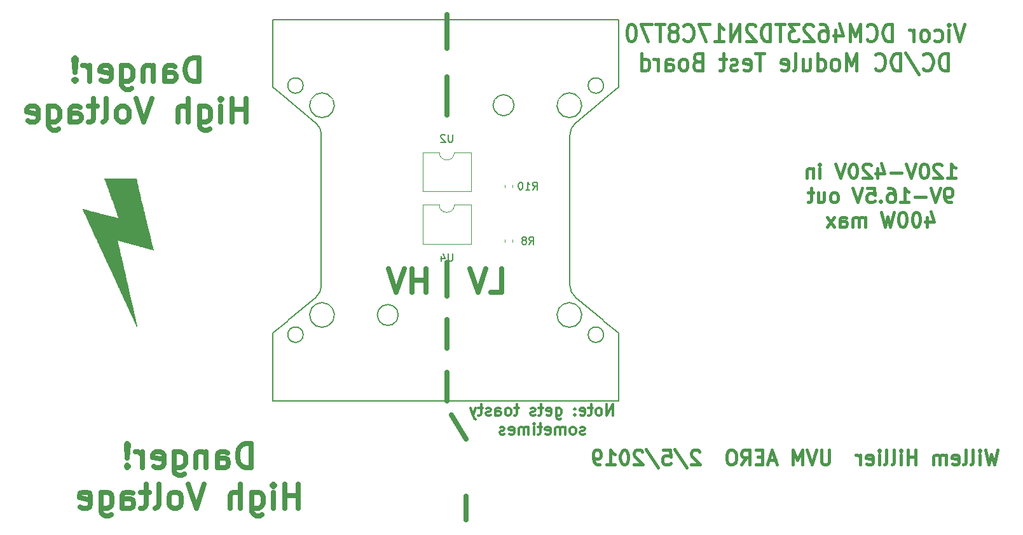
<source format=gbr>
G04 #@! TF.GenerationSoftware,KiCad,Pcbnew,(5.0.2)-1*
G04 #@! TF.CreationDate,2019-02-08T17:58:05-05:00*
G04 #@! TF.ProjectId,DC_DCBoard,44435f44-4342-46f6-9172-642e6b696361,rev?*
G04 #@! TF.SameCoordinates,Original*
G04 #@! TF.FileFunction,Legend,Bot*
G04 #@! TF.FilePolarity,Positive*
%FSLAX46Y46*%
G04 Gerber Fmt 4.6, Leading zero omitted, Abs format (unit mm)*
G04 Created by KiCad (PCBNEW (5.0.2)-1) date 2/8/2019 5:58:05 PM*
%MOMM*%
%LPD*%
G01*
G04 APERTURE LIST*
%ADD10C,0.300000*%
%ADD11C,0.635000*%
%ADD12C,0.381000*%
%ADD13C,0.457200*%
%ADD14C,0.200000*%
%ADD15C,0.120000*%
%ADD16C,0.010000*%
%ADD17C,0.150000*%
G04 APERTURE END LIST*
D10*
X140238571Y-121323571D02*
X140238571Y-119823571D01*
X139381428Y-121323571D01*
X139381428Y-119823571D01*
X138452857Y-121323571D02*
X138595714Y-121252142D01*
X138667142Y-121180714D01*
X138738571Y-121037857D01*
X138738571Y-120609285D01*
X138667142Y-120466428D01*
X138595714Y-120395000D01*
X138452857Y-120323571D01*
X138238571Y-120323571D01*
X138095714Y-120395000D01*
X138024285Y-120466428D01*
X137952857Y-120609285D01*
X137952857Y-121037857D01*
X138024285Y-121180714D01*
X138095714Y-121252142D01*
X138238571Y-121323571D01*
X138452857Y-121323571D01*
X137524285Y-120323571D02*
X136952857Y-120323571D01*
X137310000Y-119823571D02*
X137310000Y-121109285D01*
X137238571Y-121252142D01*
X137095714Y-121323571D01*
X136952857Y-121323571D01*
X135881428Y-121252142D02*
X136024285Y-121323571D01*
X136310000Y-121323571D01*
X136452857Y-121252142D01*
X136524285Y-121109285D01*
X136524285Y-120537857D01*
X136452857Y-120395000D01*
X136310000Y-120323571D01*
X136024285Y-120323571D01*
X135881428Y-120395000D01*
X135810000Y-120537857D01*
X135810000Y-120680714D01*
X136524285Y-120823571D01*
X135167142Y-121180714D02*
X135095714Y-121252142D01*
X135167142Y-121323571D01*
X135238571Y-121252142D01*
X135167142Y-121180714D01*
X135167142Y-121323571D01*
X135167142Y-120395000D02*
X135095714Y-120466428D01*
X135167142Y-120537857D01*
X135238571Y-120466428D01*
X135167142Y-120395000D01*
X135167142Y-120537857D01*
X132667142Y-120323571D02*
X132667142Y-121537857D01*
X132738571Y-121680714D01*
X132810000Y-121752142D01*
X132952857Y-121823571D01*
X133167142Y-121823571D01*
X133310000Y-121752142D01*
X132667142Y-121252142D02*
X132810000Y-121323571D01*
X133095714Y-121323571D01*
X133238571Y-121252142D01*
X133310000Y-121180714D01*
X133381428Y-121037857D01*
X133381428Y-120609285D01*
X133310000Y-120466428D01*
X133238571Y-120395000D01*
X133095714Y-120323571D01*
X132810000Y-120323571D01*
X132667142Y-120395000D01*
X131381428Y-121252142D02*
X131524285Y-121323571D01*
X131810000Y-121323571D01*
X131952857Y-121252142D01*
X132024285Y-121109285D01*
X132024285Y-120537857D01*
X131952857Y-120395000D01*
X131810000Y-120323571D01*
X131524285Y-120323571D01*
X131381428Y-120395000D01*
X131310000Y-120537857D01*
X131310000Y-120680714D01*
X132024285Y-120823571D01*
X130881428Y-120323571D02*
X130310000Y-120323571D01*
X130667142Y-119823571D02*
X130667142Y-121109285D01*
X130595714Y-121252142D01*
X130452857Y-121323571D01*
X130310000Y-121323571D01*
X129881428Y-121252142D02*
X129738571Y-121323571D01*
X129452857Y-121323571D01*
X129310000Y-121252142D01*
X129238571Y-121109285D01*
X129238571Y-121037857D01*
X129310000Y-120895000D01*
X129452857Y-120823571D01*
X129667142Y-120823571D01*
X129810000Y-120752142D01*
X129881428Y-120609285D01*
X129881428Y-120537857D01*
X129810000Y-120395000D01*
X129667142Y-120323571D01*
X129452857Y-120323571D01*
X129310000Y-120395000D01*
X127667142Y-120323571D02*
X127095714Y-120323571D01*
X127452857Y-119823571D02*
X127452857Y-121109285D01*
X127381428Y-121252142D01*
X127238571Y-121323571D01*
X127095714Y-121323571D01*
X126381428Y-121323571D02*
X126524285Y-121252142D01*
X126595714Y-121180714D01*
X126667142Y-121037857D01*
X126667142Y-120609285D01*
X126595714Y-120466428D01*
X126524285Y-120395000D01*
X126381428Y-120323571D01*
X126167142Y-120323571D01*
X126024285Y-120395000D01*
X125952857Y-120466428D01*
X125881428Y-120609285D01*
X125881428Y-121037857D01*
X125952857Y-121180714D01*
X126024285Y-121252142D01*
X126167142Y-121323571D01*
X126381428Y-121323571D01*
X124595714Y-121323571D02*
X124595714Y-120537857D01*
X124667142Y-120395000D01*
X124810000Y-120323571D01*
X125095714Y-120323571D01*
X125238571Y-120395000D01*
X124595714Y-121252142D02*
X124738571Y-121323571D01*
X125095714Y-121323571D01*
X125238571Y-121252142D01*
X125310000Y-121109285D01*
X125310000Y-120966428D01*
X125238571Y-120823571D01*
X125095714Y-120752142D01*
X124738571Y-120752142D01*
X124595714Y-120680714D01*
X123952857Y-121252142D02*
X123810000Y-121323571D01*
X123524285Y-121323571D01*
X123381428Y-121252142D01*
X123310000Y-121109285D01*
X123310000Y-121037857D01*
X123381428Y-120895000D01*
X123524285Y-120823571D01*
X123738571Y-120823571D01*
X123881428Y-120752142D01*
X123952857Y-120609285D01*
X123952857Y-120537857D01*
X123881428Y-120395000D01*
X123738571Y-120323571D01*
X123524285Y-120323571D01*
X123381428Y-120395000D01*
X122881428Y-120323571D02*
X122310000Y-120323571D01*
X122667142Y-119823571D02*
X122667142Y-121109285D01*
X122595714Y-121252142D01*
X122452857Y-121323571D01*
X122310000Y-121323571D01*
X121952857Y-120323571D02*
X121595714Y-121323571D01*
X121238571Y-120323571D02*
X121595714Y-121323571D01*
X121738571Y-121680714D01*
X121810000Y-121752142D01*
X121952857Y-121823571D01*
X136488571Y-123802142D02*
X136345714Y-123873571D01*
X136060000Y-123873571D01*
X135917142Y-123802142D01*
X135845714Y-123659285D01*
X135845714Y-123587857D01*
X135917142Y-123445000D01*
X136060000Y-123373571D01*
X136274285Y-123373571D01*
X136417142Y-123302142D01*
X136488571Y-123159285D01*
X136488571Y-123087857D01*
X136417142Y-122945000D01*
X136274285Y-122873571D01*
X136060000Y-122873571D01*
X135917142Y-122945000D01*
X134988571Y-123873571D02*
X135131428Y-123802142D01*
X135202857Y-123730714D01*
X135274285Y-123587857D01*
X135274285Y-123159285D01*
X135202857Y-123016428D01*
X135131428Y-122945000D01*
X134988571Y-122873571D01*
X134774285Y-122873571D01*
X134631428Y-122945000D01*
X134560000Y-123016428D01*
X134488571Y-123159285D01*
X134488571Y-123587857D01*
X134560000Y-123730714D01*
X134631428Y-123802142D01*
X134774285Y-123873571D01*
X134988571Y-123873571D01*
X133845714Y-123873571D02*
X133845714Y-122873571D01*
X133845714Y-123016428D02*
X133774285Y-122945000D01*
X133631428Y-122873571D01*
X133417142Y-122873571D01*
X133274285Y-122945000D01*
X133202857Y-123087857D01*
X133202857Y-123873571D01*
X133202857Y-123087857D02*
X133131428Y-122945000D01*
X132988571Y-122873571D01*
X132774285Y-122873571D01*
X132631428Y-122945000D01*
X132560000Y-123087857D01*
X132560000Y-123873571D01*
X131274285Y-123802142D02*
X131417142Y-123873571D01*
X131702857Y-123873571D01*
X131845714Y-123802142D01*
X131917142Y-123659285D01*
X131917142Y-123087857D01*
X131845714Y-122945000D01*
X131702857Y-122873571D01*
X131417142Y-122873571D01*
X131274285Y-122945000D01*
X131202857Y-123087857D01*
X131202857Y-123230714D01*
X131917142Y-123373571D01*
X130774285Y-122873571D02*
X130202857Y-122873571D01*
X130560000Y-122373571D02*
X130560000Y-123659285D01*
X130488571Y-123802142D01*
X130345714Y-123873571D01*
X130202857Y-123873571D01*
X129702857Y-123873571D02*
X129702857Y-122873571D01*
X129702857Y-122373571D02*
X129774285Y-122445000D01*
X129702857Y-122516428D01*
X129631428Y-122445000D01*
X129702857Y-122373571D01*
X129702857Y-122516428D01*
X128988571Y-123873571D02*
X128988571Y-122873571D01*
X128988571Y-123016428D02*
X128917142Y-122945000D01*
X128774285Y-122873571D01*
X128560000Y-122873571D01*
X128417142Y-122945000D01*
X128345714Y-123087857D01*
X128345714Y-123873571D01*
X128345714Y-123087857D02*
X128274285Y-122945000D01*
X128131428Y-122873571D01*
X127917142Y-122873571D01*
X127774285Y-122945000D01*
X127702857Y-123087857D01*
X127702857Y-123873571D01*
X126417142Y-123802142D02*
X126560000Y-123873571D01*
X126845714Y-123873571D01*
X126988571Y-123802142D01*
X127060000Y-123659285D01*
X127060000Y-123087857D01*
X126988571Y-122945000D01*
X126845714Y-122873571D01*
X126560000Y-122873571D01*
X126417142Y-122945000D01*
X126345714Y-123087857D01*
X126345714Y-123230714D01*
X127060000Y-123373571D01*
X125774285Y-123802142D02*
X125631428Y-123873571D01*
X125345714Y-123873571D01*
X125202857Y-123802142D01*
X125131428Y-123659285D01*
X125131428Y-123587857D01*
X125202857Y-123445000D01*
X125345714Y-123373571D01*
X125560000Y-123373571D01*
X125702857Y-123302142D01*
X125774285Y-123159285D01*
X125774285Y-123087857D01*
X125702857Y-122945000D01*
X125560000Y-122873571D01*
X125345714Y-122873571D01*
X125202857Y-122945000D01*
D11*
X123930833Y-104941309D02*
X125442738Y-104941309D01*
X125442738Y-101766309D01*
X123326071Y-101766309D02*
X122267738Y-104941309D01*
X121209404Y-101766309D01*
X115312976Y-104941309D02*
X115312976Y-101766309D01*
X115312976Y-103278214D02*
X113498690Y-103278214D01*
X113498690Y-104941309D02*
X113498690Y-101766309D01*
X112440357Y-101766309D02*
X111382023Y-104941309D01*
X110323690Y-101766309D01*
X85074880Y-76842559D02*
X85074880Y-73667559D01*
X84318928Y-73667559D01*
X83865357Y-73818750D01*
X83562976Y-74121130D01*
X83411785Y-74423511D01*
X83260595Y-75028273D01*
X83260595Y-75481845D01*
X83411785Y-76086607D01*
X83562976Y-76388988D01*
X83865357Y-76691369D01*
X84318928Y-76842559D01*
X85074880Y-76842559D01*
X80539166Y-76842559D02*
X80539166Y-75179464D01*
X80690357Y-74877083D01*
X80992738Y-74725892D01*
X81597500Y-74725892D01*
X81899880Y-74877083D01*
X80539166Y-76691369D02*
X80841547Y-76842559D01*
X81597500Y-76842559D01*
X81899880Y-76691369D01*
X82051071Y-76388988D01*
X82051071Y-76086607D01*
X81899880Y-75784226D01*
X81597500Y-75633035D01*
X80841547Y-75633035D01*
X80539166Y-75481845D01*
X79027261Y-74725892D02*
X79027261Y-76842559D01*
X79027261Y-75028273D02*
X78876071Y-74877083D01*
X78573690Y-74725892D01*
X78120119Y-74725892D01*
X77817738Y-74877083D01*
X77666547Y-75179464D01*
X77666547Y-76842559D01*
X74793928Y-74725892D02*
X74793928Y-77296130D01*
X74945119Y-77598511D01*
X75096309Y-77749702D01*
X75398690Y-77900892D01*
X75852261Y-77900892D01*
X76154642Y-77749702D01*
X74793928Y-76691369D02*
X75096309Y-76842559D01*
X75701071Y-76842559D01*
X76003452Y-76691369D01*
X76154642Y-76540178D01*
X76305833Y-76237797D01*
X76305833Y-75330654D01*
X76154642Y-75028273D01*
X76003452Y-74877083D01*
X75701071Y-74725892D01*
X75096309Y-74725892D01*
X74793928Y-74877083D01*
X72072500Y-76691369D02*
X72374880Y-76842559D01*
X72979642Y-76842559D01*
X73282023Y-76691369D01*
X73433214Y-76388988D01*
X73433214Y-75179464D01*
X73282023Y-74877083D01*
X72979642Y-74725892D01*
X72374880Y-74725892D01*
X72072500Y-74877083D01*
X71921309Y-75179464D01*
X71921309Y-75481845D01*
X73433214Y-75784226D01*
X70560595Y-76842559D02*
X70560595Y-74725892D01*
X70560595Y-75330654D02*
X70409404Y-75028273D01*
X70258214Y-74877083D01*
X69955833Y-74725892D01*
X69653452Y-74725892D01*
X68595119Y-76540178D02*
X68443928Y-76691369D01*
X68595119Y-76842559D01*
X68746309Y-76691369D01*
X68595119Y-76540178D01*
X68595119Y-76842559D01*
X68595119Y-75633035D02*
X68746309Y-73818750D01*
X68595119Y-73667559D01*
X68443928Y-73818750D01*
X68595119Y-75633035D01*
X68595119Y-73667559D01*
X91349285Y-82240059D02*
X91349285Y-79065059D01*
X91349285Y-80576964D02*
X89535000Y-80576964D01*
X89535000Y-82240059D02*
X89535000Y-79065059D01*
X88023095Y-82240059D02*
X88023095Y-80123392D01*
X88023095Y-79065059D02*
X88174285Y-79216250D01*
X88023095Y-79367440D01*
X87871904Y-79216250D01*
X88023095Y-79065059D01*
X88023095Y-79367440D01*
X85150476Y-80123392D02*
X85150476Y-82693630D01*
X85301666Y-82996011D01*
X85452857Y-83147202D01*
X85755238Y-83298392D01*
X86208809Y-83298392D01*
X86511190Y-83147202D01*
X85150476Y-82088869D02*
X85452857Y-82240059D01*
X86057619Y-82240059D01*
X86360000Y-82088869D01*
X86511190Y-81937678D01*
X86662380Y-81635297D01*
X86662380Y-80728154D01*
X86511190Y-80425773D01*
X86360000Y-80274583D01*
X86057619Y-80123392D01*
X85452857Y-80123392D01*
X85150476Y-80274583D01*
X83638571Y-82240059D02*
X83638571Y-79065059D01*
X82277857Y-82240059D02*
X82277857Y-80576964D01*
X82429047Y-80274583D01*
X82731428Y-80123392D01*
X83185000Y-80123392D01*
X83487380Y-80274583D01*
X83638571Y-80425773D01*
X78800476Y-79065059D02*
X77742142Y-82240059D01*
X76683809Y-79065059D01*
X75171904Y-82240059D02*
X75474285Y-82088869D01*
X75625476Y-81937678D01*
X75776666Y-81635297D01*
X75776666Y-80728154D01*
X75625476Y-80425773D01*
X75474285Y-80274583D01*
X75171904Y-80123392D01*
X74718333Y-80123392D01*
X74415952Y-80274583D01*
X74264761Y-80425773D01*
X74113571Y-80728154D01*
X74113571Y-81635297D01*
X74264761Y-81937678D01*
X74415952Y-82088869D01*
X74718333Y-82240059D01*
X75171904Y-82240059D01*
X72299285Y-82240059D02*
X72601666Y-82088869D01*
X72752857Y-81786488D01*
X72752857Y-79065059D01*
X71543333Y-80123392D02*
X70333809Y-80123392D01*
X71089761Y-79065059D02*
X71089761Y-81786488D01*
X70938571Y-82088869D01*
X70636190Y-82240059D01*
X70333809Y-82240059D01*
X67914761Y-82240059D02*
X67914761Y-80576964D01*
X68065952Y-80274583D01*
X68368333Y-80123392D01*
X68973095Y-80123392D01*
X69275476Y-80274583D01*
X67914761Y-82088869D02*
X68217142Y-82240059D01*
X68973095Y-82240059D01*
X69275476Y-82088869D01*
X69426666Y-81786488D01*
X69426666Y-81484107D01*
X69275476Y-81181726D01*
X68973095Y-81030535D01*
X68217142Y-81030535D01*
X67914761Y-80879345D01*
X65042142Y-80123392D02*
X65042142Y-82693630D01*
X65193333Y-82996011D01*
X65344523Y-83147202D01*
X65646904Y-83298392D01*
X66100476Y-83298392D01*
X66402857Y-83147202D01*
X65042142Y-82088869D02*
X65344523Y-82240059D01*
X65949285Y-82240059D01*
X66251666Y-82088869D01*
X66402857Y-81937678D01*
X66554047Y-81635297D01*
X66554047Y-80728154D01*
X66402857Y-80425773D01*
X66251666Y-80274583D01*
X65949285Y-80123392D01*
X65344523Y-80123392D01*
X65042142Y-80274583D01*
X62320714Y-82088869D02*
X62623095Y-82240059D01*
X63227857Y-82240059D01*
X63530238Y-82088869D01*
X63681428Y-81786488D01*
X63681428Y-80576964D01*
X63530238Y-80274583D01*
X63227857Y-80123392D01*
X62623095Y-80123392D01*
X62320714Y-80274583D01*
X62169523Y-80576964D01*
X62169523Y-80879345D01*
X63681428Y-81181726D01*
D12*
X191452500Y-125956785D02*
X190998928Y-127861785D01*
X190636071Y-126501071D01*
X190273214Y-127861785D01*
X189819642Y-125956785D01*
X189093928Y-127861785D02*
X189093928Y-126591785D01*
X189093928Y-125956785D02*
X189184642Y-126047500D01*
X189093928Y-126138214D01*
X189003214Y-126047500D01*
X189093928Y-125956785D01*
X189093928Y-126138214D01*
X187914642Y-127861785D02*
X188096071Y-127771071D01*
X188186785Y-127589642D01*
X188186785Y-125956785D01*
X186916785Y-127861785D02*
X187098214Y-127771071D01*
X187188928Y-127589642D01*
X187188928Y-125956785D01*
X185465357Y-127771071D02*
X185646785Y-127861785D01*
X186009642Y-127861785D01*
X186191071Y-127771071D01*
X186281785Y-127589642D01*
X186281785Y-126863928D01*
X186191071Y-126682500D01*
X186009642Y-126591785D01*
X185646785Y-126591785D01*
X185465357Y-126682500D01*
X185374642Y-126863928D01*
X185374642Y-127045357D01*
X186281785Y-127226785D01*
X184558214Y-127861785D02*
X184558214Y-126591785D01*
X184558214Y-126773214D02*
X184467500Y-126682500D01*
X184286071Y-126591785D01*
X184013928Y-126591785D01*
X183832500Y-126682500D01*
X183741785Y-126863928D01*
X183741785Y-127861785D01*
X183741785Y-126863928D02*
X183651071Y-126682500D01*
X183469642Y-126591785D01*
X183197500Y-126591785D01*
X183016071Y-126682500D01*
X182925357Y-126863928D01*
X182925357Y-127861785D01*
X180566785Y-127861785D02*
X180566785Y-125956785D01*
X180566785Y-126863928D02*
X179478214Y-126863928D01*
X179478214Y-127861785D02*
X179478214Y-125956785D01*
X178571071Y-127861785D02*
X178571071Y-126591785D01*
X178571071Y-125956785D02*
X178661785Y-126047500D01*
X178571071Y-126138214D01*
X178480357Y-126047500D01*
X178571071Y-125956785D01*
X178571071Y-126138214D01*
X177391785Y-127861785D02*
X177573214Y-127771071D01*
X177663928Y-127589642D01*
X177663928Y-125956785D01*
X176393928Y-127861785D02*
X176575357Y-127771071D01*
X176666071Y-127589642D01*
X176666071Y-125956785D01*
X175668214Y-127861785D02*
X175668214Y-126591785D01*
X175668214Y-125956785D02*
X175758928Y-126047500D01*
X175668214Y-126138214D01*
X175577500Y-126047500D01*
X175668214Y-125956785D01*
X175668214Y-126138214D01*
X174035357Y-127771071D02*
X174216785Y-127861785D01*
X174579642Y-127861785D01*
X174761071Y-127771071D01*
X174851785Y-127589642D01*
X174851785Y-126863928D01*
X174761071Y-126682500D01*
X174579642Y-126591785D01*
X174216785Y-126591785D01*
X174035357Y-126682500D01*
X173944642Y-126863928D01*
X173944642Y-127045357D01*
X174851785Y-127226785D01*
X173128214Y-127861785D02*
X173128214Y-126591785D01*
X173128214Y-126954642D02*
X173037500Y-126773214D01*
X172946785Y-126682500D01*
X172765357Y-126591785D01*
X172583928Y-126591785D01*
X169046071Y-125956785D02*
X169046071Y-127498928D01*
X168955357Y-127680357D01*
X168864642Y-127771071D01*
X168683214Y-127861785D01*
X168320357Y-127861785D01*
X168138928Y-127771071D01*
X168048214Y-127680357D01*
X167957500Y-127498928D01*
X167957500Y-125956785D01*
X167322500Y-125956785D02*
X166687500Y-127861785D01*
X166052500Y-125956785D01*
X165417500Y-127861785D02*
X165417500Y-125956785D01*
X164782500Y-127317500D01*
X164147500Y-125956785D01*
X164147500Y-127861785D01*
X161879642Y-127317500D02*
X160972500Y-127317500D01*
X162061071Y-127861785D02*
X161426071Y-125956785D01*
X160791071Y-127861785D01*
X160156071Y-126863928D02*
X159521071Y-126863928D01*
X159248928Y-127861785D02*
X160156071Y-127861785D01*
X160156071Y-125956785D01*
X159248928Y-125956785D01*
X157343928Y-127861785D02*
X157978928Y-126954642D01*
X158432500Y-127861785D02*
X158432500Y-125956785D01*
X157706785Y-125956785D01*
X157525357Y-126047500D01*
X157434642Y-126138214D01*
X157343928Y-126319642D01*
X157343928Y-126591785D01*
X157434642Y-126773214D01*
X157525357Y-126863928D01*
X157706785Y-126954642D01*
X158432500Y-126954642D01*
X156164642Y-125956785D02*
X155801785Y-125956785D01*
X155620357Y-126047500D01*
X155438928Y-126228928D01*
X155348214Y-126591785D01*
X155348214Y-127226785D01*
X155438928Y-127589642D01*
X155620357Y-127771071D01*
X155801785Y-127861785D01*
X156164642Y-127861785D01*
X156346071Y-127771071D01*
X156527500Y-127589642D01*
X156618214Y-127226785D01*
X156618214Y-126591785D01*
X156527500Y-126228928D01*
X156346071Y-126047500D01*
X156164642Y-125956785D01*
X151719642Y-126138214D02*
X151628928Y-126047500D01*
X151447500Y-125956785D01*
X150993928Y-125956785D01*
X150812500Y-126047500D01*
X150721785Y-126138214D01*
X150631071Y-126319642D01*
X150631071Y-126501071D01*
X150721785Y-126773214D01*
X151810357Y-127861785D01*
X150631071Y-127861785D01*
X148453928Y-125866071D02*
X150086785Y-128315357D01*
X146911785Y-125956785D02*
X147818928Y-125956785D01*
X147909642Y-126863928D01*
X147818928Y-126773214D01*
X147637500Y-126682500D01*
X147183928Y-126682500D01*
X147002500Y-126773214D01*
X146911785Y-126863928D01*
X146821071Y-127045357D01*
X146821071Y-127498928D01*
X146911785Y-127680357D01*
X147002500Y-127771071D01*
X147183928Y-127861785D01*
X147637500Y-127861785D01*
X147818928Y-127771071D01*
X147909642Y-127680357D01*
X144643928Y-125866071D02*
X146276785Y-128315357D01*
X144099642Y-126138214D02*
X144008928Y-126047500D01*
X143827500Y-125956785D01*
X143373928Y-125956785D01*
X143192500Y-126047500D01*
X143101785Y-126138214D01*
X143011071Y-126319642D01*
X143011071Y-126501071D01*
X143101785Y-126773214D01*
X144190357Y-127861785D01*
X143011071Y-127861785D01*
X141831785Y-125956785D02*
X141650357Y-125956785D01*
X141468928Y-126047500D01*
X141378214Y-126138214D01*
X141287500Y-126319642D01*
X141196785Y-126682500D01*
X141196785Y-127136071D01*
X141287500Y-127498928D01*
X141378214Y-127680357D01*
X141468928Y-127771071D01*
X141650357Y-127861785D01*
X141831785Y-127861785D01*
X142013214Y-127771071D01*
X142103928Y-127680357D01*
X142194642Y-127498928D01*
X142285357Y-127136071D01*
X142285357Y-126682500D01*
X142194642Y-126319642D01*
X142103928Y-126138214D01*
X142013214Y-126047500D01*
X141831785Y-125956785D01*
X139382500Y-127861785D02*
X140471071Y-127861785D01*
X139926785Y-127861785D02*
X139926785Y-125956785D01*
X140108214Y-126228928D01*
X140289642Y-126410357D01*
X140471071Y-126501071D01*
X138475357Y-127861785D02*
X138112500Y-127861785D01*
X137931071Y-127771071D01*
X137840357Y-127680357D01*
X137658928Y-127408214D01*
X137568214Y-127045357D01*
X137568214Y-126319642D01*
X137658928Y-126138214D01*
X137749642Y-126047500D01*
X137931071Y-125956785D01*
X138293928Y-125956785D01*
X138475357Y-126047500D01*
X138566071Y-126138214D01*
X138656785Y-126319642D01*
X138656785Y-126773214D01*
X138566071Y-126954642D01*
X138475357Y-127045357D01*
X138293928Y-127136071D01*
X137931071Y-127136071D01*
X137749642Y-127045357D01*
X137658928Y-126954642D01*
X137568214Y-126773214D01*
X184739642Y-89698285D02*
X185828214Y-89698285D01*
X185283928Y-89698285D02*
X185283928Y-87793285D01*
X185465357Y-88065428D01*
X185646785Y-88246857D01*
X185828214Y-88337571D01*
X184013928Y-87974714D02*
X183923214Y-87884000D01*
X183741785Y-87793285D01*
X183288214Y-87793285D01*
X183106785Y-87884000D01*
X183016071Y-87974714D01*
X182925357Y-88156142D01*
X182925357Y-88337571D01*
X183016071Y-88609714D01*
X184104642Y-89698285D01*
X182925357Y-89698285D01*
X181746071Y-87793285D02*
X181564642Y-87793285D01*
X181383214Y-87884000D01*
X181292500Y-87974714D01*
X181201785Y-88156142D01*
X181111071Y-88519000D01*
X181111071Y-88972571D01*
X181201785Y-89335428D01*
X181292500Y-89516857D01*
X181383214Y-89607571D01*
X181564642Y-89698285D01*
X181746071Y-89698285D01*
X181927500Y-89607571D01*
X182018214Y-89516857D01*
X182108928Y-89335428D01*
X182199642Y-88972571D01*
X182199642Y-88519000D01*
X182108928Y-88156142D01*
X182018214Y-87974714D01*
X181927500Y-87884000D01*
X181746071Y-87793285D01*
X180566785Y-87793285D02*
X179931785Y-89698285D01*
X179296785Y-87793285D01*
X178661785Y-88972571D02*
X177210357Y-88972571D01*
X175486785Y-88428285D02*
X175486785Y-89698285D01*
X175940357Y-87702571D02*
X176393928Y-89063285D01*
X175214642Y-89063285D01*
X174579642Y-87974714D02*
X174488928Y-87884000D01*
X174307500Y-87793285D01*
X173853928Y-87793285D01*
X173672500Y-87884000D01*
X173581785Y-87974714D01*
X173491071Y-88156142D01*
X173491071Y-88337571D01*
X173581785Y-88609714D01*
X174670357Y-89698285D01*
X173491071Y-89698285D01*
X172311785Y-87793285D02*
X172130357Y-87793285D01*
X171948928Y-87884000D01*
X171858214Y-87974714D01*
X171767500Y-88156142D01*
X171676785Y-88519000D01*
X171676785Y-88972571D01*
X171767500Y-89335428D01*
X171858214Y-89516857D01*
X171948928Y-89607571D01*
X172130357Y-89698285D01*
X172311785Y-89698285D01*
X172493214Y-89607571D01*
X172583928Y-89516857D01*
X172674642Y-89335428D01*
X172765357Y-88972571D01*
X172765357Y-88519000D01*
X172674642Y-88156142D01*
X172583928Y-87974714D01*
X172493214Y-87884000D01*
X172311785Y-87793285D01*
X171132500Y-87793285D02*
X170497500Y-89698285D01*
X169862500Y-87793285D01*
X167776071Y-89698285D02*
X167776071Y-88428285D01*
X167776071Y-87793285D02*
X167866785Y-87884000D01*
X167776071Y-87974714D01*
X167685357Y-87884000D01*
X167776071Y-87793285D01*
X167776071Y-87974714D01*
X166868928Y-88428285D02*
X166868928Y-89698285D01*
X166868928Y-88609714D02*
X166778214Y-88519000D01*
X166596785Y-88428285D01*
X166324642Y-88428285D01*
X166143214Y-88519000D01*
X166052500Y-88700428D01*
X166052500Y-89698285D01*
X185238571Y-92936785D02*
X184875714Y-92936785D01*
X184694285Y-92846071D01*
X184603571Y-92755357D01*
X184422142Y-92483214D01*
X184331428Y-92120357D01*
X184331428Y-91394642D01*
X184422142Y-91213214D01*
X184512857Y-91122500D01*
X184694285Y-91031785D01*
X185057142Y-91031785D01*
X185238571Y-91122500D01*
X185329285Y-91213214D01*
X185420000Y-91394642D01*
X185420000Y-91848214D01*
X185329285Y-92029642D01*
X185238571Y-92120357D01*
X185057142Y-92211071D01*
X184694285Y-92211071D01*
X184512857Y-92120357D01*
X184422142Y-92029642D01*
X184331428Y-91848214D01*
X183787142Y-91031785D02*
X183152142Y-92936785D01*
X182517142Y-91031785D01*
X181882142Y-92211071D02*
X180430714Y-92211071D01*
X178525714Y-92936785D02*
X179614285Y-92936785D01*
X179070000Y-92936785D02*
X179070000Y-91031785D01*
X179251428Y-91303928D01*
X179432857Y-91485357D01*
X179614285Y-91576071D01*
X176892857Y-91031785D02*
X177255714Y-91031785D01*
X177437142Y-91122500D01*
X177527857Y-91213214D01*
X177709285Y-91485357D01*
X177800000Y-91848214D01*
X177800000Y-92573928D01*
X177709285Y-92755357D01*
X177618571Y-92846071D01*
X177437142Y-92936785D01*
X177074285Y-92936785D01*
X176892857Y-92846071D01*
X176802142Y-92755357D01*
X176711428Y-92573928D01*
X176711428Y-92120357D01*
X176802142Y-91938928D01*
X176892857Y-91848214D01*
X177074285Y-91757500D01*
X177437142Y-91757500D01*
X177618571Y-91848214D01*
X177709285Y-91938928D01*
X177800000Y-92120357D01*
X175895000Y-92755357D02*
X175804285Y-92846071D01*
X175895000Y-92936785D01*
X175985714Y-92846071D01*
X175895000Y-92755357D01*
X175895000Y-92936785D01*
X174080714Y-91031785D02*
X174987857Y-91031785D01*
X175078571Y-91938928D01*
X174987857Y-91848214D01*
X174806428Y-91757500D01*
X174352857Y-91757500D01*
X174171428Y-91848214D01*
X174080714Y-91938928D01*
X173990000Y-92120357D01*
X173990000Y-92573928D01*
X174080714Y-92755357D01*
X174171428Y-92846071D01*
X174352857Y-92936785D01*
X174806428Y-92936785D01*
X174987857Y-92846071D01*
X175078571Y-92755357D01*
X173445714Y-91031785D02*
X172810714Y-92936785D01*
X172175714Y-91031785D01*
X169817142Y-92936785D02*
X169998571Y-92846071D01*
X170089285Y-92755357D01*
X170180000Y-92573928D01*
X170180000Y-92029642D01*
X170089285Y-91848214D01*
X169998571Y-91757500D01*
X169817142Y-91666785D01*
X169545000Y-91666785D01*
X169363571Y-91757500D01*
X169272857Y-91848214D01*
X169182142Y-92029642D01*
X169182142Y-92573928D01*
X169272857Y-92755357D01*
X169363571Y-92846071D01*
X169545000Y-92936785D01*
X169817142Y-92936785D01*
X167549285Y-91666785D02*
X167549285Y-92936785D01*
X168365714Y-91666785D02*
X168365714Y-92664642D01*
X168275000Y-92846071D01*
X168093571Y-92936785D01*
X167821428Y-92936785D01*
X167640000Y-92846071D01*
X167549285Y-92755357D01*
X166914285Y-91666785D02*
X166188571Y-91666785D01*
X166642142Y-91031785D02*
X166642142Y-92664642D01*
X166551428Y-92846071D01*
X166370000Y-92936785D01*
X166188571Y-92936785D01*
X182063571Y-94905285D02*
X182063571Y-96175285D01*
X182517142Y-94179571D02*
X182970714Y-95540285D01*
X181791428Y-95540285D01*
X180702857Y-94270285D02*
X180521428Y-94270285D01*
X180340000Y-94361000D01*
X180249285Y-94451714D01*
X180158571Y-94633142D01*
X180067857Y-94996000D01*
X180067857Y-95449571D01*
X180158571Y-95812428D01*
X180249285Y-95993857D01*
X180340000Y-96084571D01*
X180521428Y-96175285D01*
X180702857Y-96175285D01*
X180884285Y-96084571D01*
X180975000Y-95993857D01*
X181065714Y-95812428D01*
X181156428Y-95449571D01*
X181156428Y-94996000D01*
X181065714Y-94633142D01*
X180975000Y-94451714D01*
X180884285Y-94361000D01*
X180702857Y-94270285D01*
X178888571Y-94270285D02*
X178707142Y-94270285D01*
X178525714Y-94361000D01*
X178435000Y-94451714D01*
X178344285Y-94633142D01*
X178253571Y-94996000D01*
X178253571Y-95449571D01*
X178344285Y-95812428D01*
X178435000Y-95993857D01*
X178525714Y-96084571D01*
X178707142Y-96175285D01*
X178888571Y-96175285D01*
X179070000Y-96084571D01*
X179160714Y-95993857D01*
X179251428Y-95812428D01*
X179342142Y-95449571D01*
X179342142Y-94996000D01*
X179251428Y-94633142D01*
X179160714Y-94451714D01*
X179070000Y-94361000D01*
X178888571Y-94270285D01*
X177618571Y-94270285D02*
X177165000Y-96175285D01*
X176802142Y-94814571D01*
X176439285Y-96175285D01*
X175985714Y-94270285D01*
X173808571Y-96175285D02*
X173808571Y-94905285D01*
X173808571Y-95086714D02*
X173717857Y-94996000D01*
X173536428Y-94905285D01*
X173264285Y-94905285D01*
X173082857Y-94996000D01*
X172992142Y-95177428D01*
X172992142Y-96175285D01*
X172992142Y-95177428D02*
X172901428Y-94996000D01*
X172720000Y-94905285D01*
X172447857Y-94905285D01*
X172266428Y-94996000D01*
X172175714Y-95177428D01*
X172175714Y-96175285D01*
X170452142Y-96175285D02*
X170452142Y-95177428D01*
X170542857Y-94996000D01*
X170724285Y-94905285D01*
X171087142Y-94905285D01*
X171268571Y-94996000D01*
X170452142Y-96084571D02*
X170633571Y-96175285D01*
X171087142Y-96175285D01*
X171268571Y-96084571D01*
X171359285Y-95903142D01*
X171359285Y-95721714D01*
X171268571Y-95540285D01*
X171087142Y-95449571D01*
X170633571Y-95449571D01*
X170452142Y-95358857D01*
X169726428Y-96175285D02*
X168728571Y-94905285D01*
X169726428Y-94905285D02*
X168728571Y-96175285D01*
D13*
X187065000Y-69195042D02*
X186365000Y-71481042D01*
X185665000Y-69195042D01*
X184965000Y-71481042D02*
X184965000Y-69957042D01*
X184965000Y-69195042D02*
X185065000Y-69303900D01*
X184965000Y-69412757D01*
X184865000Y-69303900D01*
X184965000Y-69195042D01*
X184965000Y-69412757D01*
X183065000Y-71372185D02*
X183265000Y-71481042D01*
X183665000Y-71481042D01*
X183865000Y-71372185D01*
X183965000Y-71263328D01*
X184065000Y-71045614D01*
X184065000Y-70392471D01*
X183965000Y-70174757D01*
X183865000Y-70065900D01*
X183665000Y-69957042D01*
X183265000Y-69957042D01*
X183065000Y-70065900D01*
X181865000Y-71481042D02*
X182065000Y-71372185D01*
X182165000Y-71263328D01*
X182265000Y-71045614D01*
X182265000Y-70392471D01*
X182165000Y-70174757D01*
X182065000Y-70065900D01*
X181865000Y-69957042D01*
X181565000Y-69957042D01*
X181365000Y-70065900D01*
X181265000Y-70174757D01*
X181165000Y-70392471D01*
X181165000Y-71045614D01*
X181265000Y-71263328D01*
X181365000Y-71372185D01*
X181565000Y-71481042D01*
X181865000Y-71481042D01*
X180265000Y-71481042D02*
X180265000Y-69957042D01*
X180265000Y-70392471D02*
X180165000Y-70174757D01*
X180065000Y-70065900D01*
X179865000Y-69957042D01*
X179665000Y-69957042D01*
X177365000Y-71481042D02*
X177365000Y-69195042D01*
X176865000Y-69195042D01*
X176565000Y-69303900D01*
X176365000Y-69521614D01*
X176265000Y-69739328D01*
X176165000Y-70174757D01*
X176165000Y-70501328D01*
X176265000Y-70936757D01*
X176365000Y-71154471D01*
X176565000Y-71372185D01*
X176865000Y-71481042D01*
X177365000Y-71481042D01*
X174065000Y-71263328D02*
X174165000Y-71372185D01*
X174465000Y-71481042D01*
X174665000Y-71481042D01*
X174965000Y-71372185D01*
X175165000Y-71154471D01*
X175265000Y-70936757D01*
X175365000Y-70501328D01*
X175365000Y-70174757D01*
X175265000Y-69739328D01*
X175165000Y-69521614D01*
X174965000Y-69303900D01*
X174665000Y-69195042D01*
X174465000Y-69195042D01*
X174165000Y-69303900D01*
X174065000Y-69412757D01*
X173165000Y-71481042D02*
X173165000Y-69195042D01*
X172465000Y-70827900D01*
X171765000Y-69195042D01*
X171765000Y-71481042D01*
X169865000Y-69957042D02*
X169865000Y-71481042D01*
X170365000Y-69086185D02*
X170865000Y-70719042D01*
X169565000Y-70719042D01*
X167865000Y-69195042D02*
X168265000Y-69195042D01*
X168465000Y-69303900D01*
X168565000Y-69412757D01*
X168765000Y-69739328D01*
X168865000Y-70174757D01*
X168865000Y-71045614D01*
X168765000Y-71263328D01*
X168665000Y-71372185D01*
X168465000Y-71481042D01*
X168065000Y-71481042D01*
X167865000Y-71372185D01*
X167765000Y-71263328D01*
X167665000Y-71045614D01*
X167665000Y-70501328D01*
X167765000Y-70283614D01*
X167865000Y-70174757D01*
X168065000Y-70065900D01*
X168465000Y-70065900D01*
X168665000Y-70174757D01*
X168765000Y-70283614D01*
X168865000Y-70501328D01*
X166865000Y-69412757D02*
X166765000Y-69303900D01*
X166565000Y-69195042D01*
X166065000Y-69195042D01*
X165865000Y-69303900D01*
X165765000Y-69412757D01*
X165665000Y-69630471D01*
X165665000Y-69848185D01*
X165765000Y-70174757D01*
X166965000Y-71481042D01*
X165665000Y-71481042D01*
X164965000Y-69195042D02*
X163665000Y-69195042D01*
X164365000Y-70065900D01*
X164065000Y-70065900D01*
X163865000Y-70174757D01*
X163765000Y-70283614D01*
X163665000Y-70501328D01*
X163665000Y-71045614D01*
X163765000Y-71263328D01*
X163865000Y-71372185D01*
X164065000Y-71481042D01*
X164665000Y-71481042D01*
X164865000Y-71372185D01*
X164965000Y-71263328D01*
X163065000Y-69195042D02*
X161865000Y-69195042D01*
X162465000Y-71481042D02*
X162465000Y-69195042D01*
X161165000Y-71481042D02*
X161165000Y-69195042D01*
X160665000Y-69195042D01*
X160365000Y-69303900D01*
X160165000Y-69521614D01*
X160065000Y-69739328D01*
X159965000Y-70174757D01*
X159965000Y-70501328D01*
X160065000Y-70936757D01*
X160165000Y-71154471D01*
X160365000Y-71372185D01*
X160665000Y-71481042D01*
X161165000Y-71481042D01*
X159165000Y-69412757D02*
X159065000Y-69303900D01*
X158865000Y-69195042D01*
X158365000Y-69195042D01*
X158165000Y-69303900D01*
X158065000Y-69412757D01*
X157965000Y-69630471D01*
X157965000Y-69848185D01*
X158065000Y-70174757D01*
X159265000Y-71481042D01*
X157965000Y-71481042D01*
X157065000Y-71481042D02*
X157065000Y-69195042D01*
X155865000Y-71481042D01*
X155865000Y-69195042D01*
X153765000Y-71481042D02*
X154965000Y-71481042D01*
X154365000Y-71481042D02*
X154365000Y-69195042D01*
X154565000Y-69521614D01*
X154765000Y-69739328D01*
X154965000Y-69848185D01*
X153065000Y-69195042D02*
X151665000Y-69195042D01*
X152565000Y-71481042D01*
X149665000Y-71263328D02*
X149765000Y-71372185D01*
X150065000Y-71481042D01*
X150265000Y-71481042D01*
X150565000Y-71372185D01*
X150765000Y-71154471D01*
X150865000Y-70936757D01*
X150965000Y-70501328D01*
X150965000Y-70174757D01*
X150865000Y-69739328D01*
X150765000Y-69521614D01*
X150565000Y-69303900D01*
X150265000Y-69195042D01*
X150065000Y-69195042D01*
X149765000Y-69303900D01*
X149665000Y-69412757D01*
X148465000Y-70174757D02*
X148665000Y-70065900D01*
X148765000Y-69957042D01*
X148865000Y-69739328D01*
X148865000Y-69630471D01*
X148765000Y-69412757D01*
X148665000Y-69303900D01*
X148465000Y-69195042D01*
X148065000Y-69195042D01*
X147865000Y-69303900D01*
X147765000Y-69412757D01*
X147665000Y-69630471D01*
X147665000Y-69739328D01*
X147765000Y-69957042D01*
X147865000Y-70065900D01*
X148065000Y-70174757D01*
X148465000Y-70174757D01*
X148665000Y-70283614D01*
X148765000Y-70392471D01*
X148865000Y-70610185D01*
X148865000Y-71045614D01*
X148765000Y-71263328D01*
X148665000Y-71372185D01*
X148465000Y-71481042D01*
X148065000Y-71481042D01*
X147865000Y-71372185D01*
X147765000Y-71263328D01*
X147665000Y-71045614D01*
X147665000Y-70610185D01*
X147765000Y-70392471D01*
X147865000Y-70283614D01*
X148065000Y-70174757D01*
X147065000Y-69195042D02*
X145865000Y-69195042D01*
X146465000Y-71481042D02*
X146465000Y-69195042D01*
X145365000Y-69195042D02*
X143965000Y-69195042D01*
X144865000Y-71481042D01*
X142765000Y-69195042D02*
X142565000Y-69195042D01*
X142365000Y-69303900D01*
X142265000Y-69412757D01*
X142165000Y-69630471D01*
X142065000Y-70065900D01*
X142065000Y-70610185D01*
X142165000Y-71045614D01*
X142265000Y-71263328D01*
X142365000Y-71372185D01*
X142565000Y-71481042D01*
X142765000Y-71481042D01*
X142965000Y-71372185D01*
X143065000Y-71263328D01*
X143165000Y-71045614D01*
X143265000Y-70610185D01*
X143265000Y-70065900D01*
X143165000Y-69630471D01*
X143065000Y-69412757D01*
X142965000Y-69303900D01*
X142765000Y-69195042D01*
X184865000Y-75367242D02*
X184865000Y-73081242D01*
X184365000Y-73081242D01*
X184065000Y-73190100D01*
X183865000Y-73407814D01*
X183765000Y-73625528D01*
X183665000Y-74060957D01*
X183665000Y-74387528D01*
X183765000Y-74822957D01*
X183865000Y-75040671D01*
X184065000Y-75258385D01*
X184365000Y-75367242D01*
X184865000Y-75367242D01*
X181565000Y-75149528D02*
X181665000Y-75258385D01*
X181965000Y-75367242D01*
X182165000Y-75367242D01*
X182465000Y-75258385D01*
X182665000Y-75040671D01*
X182765000Y-74822957D01*
X182865000Y-74387528D01*
X182865000Y-74060957D01*
X182765000Y-73625528D01*
X182665000Y-73407814D01*
X182465000Y-73190100D01*
X182165000Y-73081242D01*
X181965000Y-73081242D01*
X181665000Y-73190100D01*
X181565000Y-73298957D01*
X179165000Y-72972385D02*
X180965000Y-75911528D01*
X178465000Y-75367242D02*
X178465000Y-73081242D01*
X177965000Y-73081242D01*
X177665000Y-73190100D01*
X177465000Y-73407814D01*
X177365000Y-73625528D01*
X177265000Y-74060957D01*
X177265000Y-74387528D01*
X177365000Y-74822957D01*
X177465000Y-75040671D01*
X177665000Y-75258385D01*
X177965000Y-75367242D01*
X178465000Y-75367242D01*
X175165000Y-75149528D02*
X175265000Y-75258385D01*
X175565000Y-75367242D01*
X175765000Y-75367242D01*
X176065000Y-75258385D01*
X176265000Y-75040671D01*
X176365000Y-74822957D01*
X176465000Y-74387528D01*
X176465000Y-74060957D01*
X176365000Y-73625528D01*
X176265000Y-73407814D01*
X176065000Y-73190100D01*
X175765000Y-73081242D01*
X175565000Y-73081242D01*
X175265000Y-73190100D01*
X175165000Y-73298957D01*
X172665000Y-75367242D02*
X172665000Y-73081242D01*
X171965000Y-74714100D01*
X171265000Y-73081242D01*
X171265000Y-75367242D01*
X169965000Y-75367242D02*
X170165000Y-75258385D01*
X170265000Y-75149528D01*
X170365000Y-74931814D01*
X170365000Y-74278671D01*
X170265000Y-74060957D01*
X170165000Y-73952100D01*
X169965000Y-73843242D01*
X169665000Y-73843242D01*
X169465000Y-73952100D01*
X169365000Y-74060957D01*
X169265000Y-74278671D01*
X169265000Y-74931814D01*
X169365000Y-75149528D01*
X169465000Y-75258385D01*
X169665000Y-75367242D01*
X169965000Y-75367242D01*
X167465000Y-75367242D02*
X167465000Y-73081242D01*
X167465000Y-75258385D02*
X167665000Y-75367242D01*
X168065000Y-75367242D01*
X168265000Y-75258385D01*
X168365000Y-75149528D01*
X168465000Y-74931814D01*
X168465000Y-74278671D01*
X168365000Y-74060957D01*
X168265000Y-73952100D01*
X168065000Y-73843242D01*
X167665000Y-73843242D01*
X167465000Y-73952100D01*
X165565000Y-73843242D02*
X165565000Y-75367242D01*
X166465000Y-73843242D02*
X166465000Y-75040671D01*
X166365000Y-75258385D01*
X166165000Y-75367242D01*
X165865000Y-75367242D01*
X165665000Y-75258385D01*
X165565000Y-75149528D01*
X164265000Y-75367242D02*
X164465000Y-75258385D01*
X164565000Y-75040671D01*
X164565000Y-73081242D01*
X162665000Y-75258385D02*
X162865000Y-75367242D01*
X163265000Y-75367242D01*
X163465000Y-75258385D01*
X163565000Y-75040671D01*
X163565000Y-74169814D01*
X163465000Y-73952100D01*
X163265000Y-73843242D01*
X162865000Y-73843242D01*
X162665000Y-73952100D01*
X162565000Y-74169814D01*
X162565000Y-74387528D01*
X163565000Y-74605242D01*
X160365000Y-73081242D02*
X159165000Y-73081242D01*
X159765000Y-75367242D02*
X159765000Y-73081242D01*
X157665000Y-75258385D02*
X157865000Y-75367242D01*
X158265000Y-75367242D01*
X158465000Y-75258385D01*
X158565000Y-75040671D01*
X158565000Y-74169814D01*
X158465000Y-73952100D01*
X158265000Y-73843242D01*
X157865000Y-73843242D01*
X157665000Y-73952100D01*
X157565000Y-74169814D01*
X157565000Y-74387528D01*
X158565000Y-74605242D01*
X156765000Y-75258385D02*
X156565000Y-75367242D01*
X156165000Y-75367242D01*
X155965000Y-75258385D01*
X155865000Y-75040671D01*
X155865000Y-74931814D01*
X155965000Y-74714100D01*
X156165000Y-74605242D01*
X156465000Y-74605242D01*
X156665000Y-74496385D01*
X156765000Y-74278671D01*
X156765000Y-74169814D01*
X156665000Y-73952100D01*
X156465000Y-73843242D01*
X156165000Y-73843242D01*
X155965000Y-73952100D01*
X155265000Y-73843242D02*
X154465000Y-73843242D01*
X154965000Y-73081242D02*
X154965000Y-75040671D01*
X154865000Y-75258385D01*
X154665000Y-75367242D01*
X154465000Y-75367242D01*
X151465000Y-74169814D02*
X151165000Y-74278671D01*
X151065000Y-74387528D01*
X150965000Y-74605242D01*
X150965000Y-74931814D01*
X151065000Y-75149528D01*
X151165000Y-75258385D01*
X151365000Y-75367242D01*
X152165000Y-75367242D01*
X152165000Y-73081242D01*
X151465000Y-73081242D01*
X151265000Y-73190100D01*
X151165000Y-73298957D01*
X151065000Y-73516671D01*
X151065000Y-73734385D01*
X151165000Y-73952100D01*
X151265000Y-74060957D01*
X151465000Y-74169814D01*
X152165000Y-74169814D01*
X149765000Y-75367242D02*
X149965000Y-75258385D01*
X150065000Y-75149528D01*
X150165000Y-74931814D01*
X150165000Y-74278671D01*
X150065000Y-74060957D01*
X149965000Y-73952100D01*
X149765000Y-73843242D01*
X149465000Y-73843242D01*
X149265000Y-73952100D01*
X149165000Y-74060957D01*
X149065000Y-74278671D01*
X149065000Y-74931814D01*
X149165000Y-75149528D01*
X149265000Y-75258385D01*
X149465000Y-75367242D01*
X149765000Y-75367242D01*
X147265000Y-75367242D02*
X147265000Y-74169814D01*
X147365000Y-73952100D01*
X147565000Y-73843242D01*
X147965000Y-73843242D01*
X148165000Y-73952100D01*
X147265000Y-75258385D02*
X147465000Y-75367242D01*
X147965000Y-75367242D01*
X148165000Y-75258385D01*
X148265000Y-75040671D01*
X148265000Y-74822957D01*
X148165000Y-74605242D01*
X147965000Y-74496385D01*
X147465000Y-74496385D01*
X147265000Y-74387528D01*
X146265000Y-75367242D02*
X146265000Y-73843242D01*
X146265000Y-74278671D02*
X146165000Y-74060957D01*
X146065000Y-73952100D01*
X145865000Y-73843242D01*
X145665000Y-73843242D01*
X144065000Y-75367242D02*
X144065000Y-73081242D01*
X144065000Y-75258385D02*
X144265000Y-75367242D01*
X144665000Y-75367242D01*
X144865000Y-75258385D01*
X144965000Y-75149528D01*
X145065000Y-74931814D01*
X145065000Y-74278671D01*
X144965000Y-74060957D01*
X144865000Y-73952100D01*
X144665000Y-73843242D01*
X144265000Y-73843242D01*
X144065000Y-73952100D01*
D11*
X120650000Y-132080000D02*
X120650000Y-135255000D01*
X118745000Y-121285000D02*
X120650000Y-124460000D01*
X118110000Y-115570000D02*
X118110000Y-119380000D01*
X118110000Y-108585000D02*
X118110000Y-112395000D01*
X118110000Y-100965000D02*
X118110000Y-105410000D01*
X118110000Y-76200000D02*
X118110000Y-81280000D01*
X118110000Y-67945000D02*
X118110000Y-72390000D01*
X92059880Y-128277559D02*
X92059880Y-125102559D01*
X91303928Y-125102559D01*
X90850357Y-125253750D01*
X90547976Y-125556130D01*
X90396785Y-125858511D01*
X90245595Y-126463273D01*
X90245595Y-126916845D01*
X90396785Y-127521607D01*
X90547976Y-127823988D01*
X90850357Y-128126369D01*
X91303928Y-128277559D01*
X92059880Y-128277559D01*
X87524166Y-128277559D02*
X87524166Y-126614464D01*
X87675357Y-126312083D01*
X87977738Y-126160892D01*
X88582500Y-126160892D01*
X88884880Y-126312083D01*
X87524166Y-128126369D02*
X87826547Y-128277559D01*
X88582500Y-128277559D01*
X88884880Y-128126369D01*
X89036071Y-127823988D01*
X89036071Y-127521607D01*
X88884880Y-127219226D01*
X88582500Y-127068035D01*
X87826547Y-127068035D01*
X87524166Y-126916845D01*
X86012261Y-126160892D02*
X86012261Y-128277559D01*
X86012261Y-126463273D02*
X85861071Y-126312083D01*
X85558690Y-126160892D01*
X85105119Y-126160892D01*
X84802738Y-126312083D01*
X84651547Y-126614464D01*
X84651547Y-128277559D01*
X81778928Y-126160892D02*
X81778928Y-128731130D01*
X81930119Y-129033511D01*
X82081309Y-129184702D01*
X82383690Y-129335892D01*
X82837261Y-129335892D01*
X83139642Y-129184702D01*
X81778928Y-128126369D02*
X82081309Y-128277559D01*
X82686071Y-128277559D01*
X82988452Y-128126369D01*
X83139642Y-127975178D01*
X83290833Y-127672797D01*
X83290833Y-126765654D01*
X83139642Y-126463273D01*
X82988452Y-126312083D01*
X82686071Y-126160892D01*
X82081309Y-126160892D01*
X81778928Y-126312083D01*
X79057500Y-128126369D02*
X79359880Y-128277559D01*
X79964642Y-128277559D01*
X80267023Y-128126369D01*
X80418214Y-127823988D01*
X80418214Y-126614464D01*
X80267023Y-126312083D01*
X79964642Y-126160892D01*
X79359880Y-126160892D01*
X79057500Y-126312083D01*
X78906309Y-126614464D01*
X78906309Y-126916845D01*
X80418214Y-127219226D01*
X77545595Y-128277559D02*
X77545595Y-126160892D01*
X77545595Y-126765654D02*
X77394404Y-126463273D01*
X77243214Y-126312083D01*
X76940833Y-126160892D01*
X76638452Y-126160892D01*
X75580119Y-127975178D02*
X75428928Y-128126369D01*
X75580119Y-128277559D01*
X75731309Y-128126369D01*
X75580119Y-127975178D01*
X75580119Y-128277559D01*
X75580119Y-127068035D02*
X75731309Y-125253750D01*
X75580119Y-125102559D01*
X75428928Y-125253750D01*
X75580119Y-127068035D01*
X75580119Y-125102559D01*
X98334285Y-133675059D02*
X98334285Y-130500059D01*
X98334285Y-132011964D02*
X96520000Y-132011964D01*
X96520000Y-133675059D02*
X96520000Y-130500059D01*
X95008095Y-133675059D02*
X95008095Y-131558392D01*
X95008095Y-130500059D02*
X95159285Y-130651250D01*
X95008095Y-130802440D01*
X94856904Y-130651250D01*
X95008095Y-130500059D01*
X95008095Y-130802440D01*
X92135476Y-131558392D02*
X92135476Y-134128630D01*
X92286666Y-134431011D01*
X92437857Y-134582202D01*
X92740238Y-134733392D01*
X93193809Y-134733392D01*
X93496190Y-134582202D01*
X92135476Y-133523869D02*
X92437857Y-133675059D01*
X93042619Y-133675059D01*
X93345000Y-133523869D01*
X93496190Y-133372678D01*
X93647380Y-133070297D01*
X93647380Y-132163154D01*
X93496190Y-131860773D01*
X93345000Y-131709583D01*
X93042619Y-131558392D01*
X92437857Y-131558392D01*
X92135476Y-131709583D01*
X90623571Y-133675059D02*
X90623571Y-130500059D01*
X89262857Y-133675059D02*
X89262857Y-132011964D01*
X89414047Y-131709583D01*
X89716428Y-131558392D01*
X90170000Y-131558392D01*
X90472380Y-131709583D01*
X90623571Y-131860773D01*
X85785476Y-130500059D02*
X84727142Y-133675059D01*
X83668809Y-130500059D01*
X82156904Y-133675059D02*
X82459285Y-133523869D01*
X82610476Y-133372678D01*
X82761666Y-133070297D01*
X82761666Y-132163154D01*
X82610476Y-131860773D01*
X82459285Y-131709583D01*
X82156904Y-131558392D01*
X81703333Y-131558392D01*
X81400952Y-131709583D01*
X81249761Y-131860773D01*
X81098571Y-132163154D01*
X81098571Y-133070297D01*
X81249761Y-133372678D01*
X81400952Y-133523869D01*
X81703333Y-133675059D01*
X82156904Y-133675059D01*
X79284285Y-133675059D02*
X79586666Y-133523869D01*
X79737857Y-133221488D01*
X79737857Y-130500059D01*
X78528333Y-131558392D02*
X77318809Y-131558392D01*
X78074761Y-130500059D02*
X78074761Y-133221488D01*
X77923571Y-133523869D01*
X77621190Y-133675059D01*
X77318809Y-133675059D01*
X74899761Y-133675059D02*
X74899761Y-132011964D01*
X75050952Y-131709583D01*
X75353333Y-131558392D01*
X75958095Y-131558392D01*
X76260476Y-131709583D01*
X74899761Y-133523869D02*
X75202142Y-133675059D01*
X75958095Y-133675059D01*
X76260476Y-133523869D01*
X76411666Y-133221488D01*
X76411666Y-132919107D01*
X76260476Y-132616726D01*
X75958095Y-132465535D01*
X75202142Y-132465535D01*
X74899761Y-132314345D01*
X72027142Y-131558392D02*
X72027142Y-134128630D01*
X72178333Y-134431011D01*
X72329523Y-134582202D01*
X72631904Y-134733392D01*
X73085476Y-134733392D01*
X73387857Y-134582202D01*
X72027142Y-133523869D02*
X72329523Y-133675059D01*
X72934285Y-133675059D01*
X73236666Y-133523869D01*
X73387857Y-133372678D01*
X73539047Y-133070297D01*
X73539047Y-132163154D01*
X73387857Y-131860773D01*
X73236666Y-131709583D01*
X72934285Y-131558392D01*
X72329523Y-131558392D01*
X72027142Y-131709583D01*
X69305714Y-133523869D02*
X69608095Y-133675059D01*
X70212857Y-133675059D01*
X70515238Y-133523869D01*
X70666428Y-133221488D01*
X70666428Y-132011964D01*
X70515238Y-131709583D01*
X70212857Y-131558392D01*
X69608095Y-131558392D01*
X69305714Y-131709583D01*
X69154523Y-132011964D01*
X69154523Y-132314345D01*
X70666428Y-132616726D01*
D14*
G04 #@! TO.C,U1*
X94955000Y-119380000D02*
X140955000Y-119380000D01*
X140955000Y-75602000D02*
X140955000Y-75475000D01*
X94955000Y-75475000D02*
X94955000Y-75602000D01*
X96835587Y-79158000D02*
X96986940Y-79285000D01*
X101405000Y-83924808D02*
X101405000Y-104035192D01*
X140955000Y-112358000D02*
X140955000Y-110380000D01*
X100690575Y-82392719D02*
G75*
G02X101405000Y-83924808I-1285575J-1532089D01*
G01*
X140955000Y-112485000D02*
X140955000Y-112358000D01*
X94955000Y-68580000D02*
X94955000Y-75475000D01*
X94955000Y-110380000D02*
X94955000Y-112358000D01*
X135219425Y-105567281D02*
G75*
G02X134505000Y-104035192I1285575J1532089D01*
G01*
X138923060Y-108675000D02*
X135219425Y-105567281D01*
X102967186Y-79285000D02*
G75*
G02X100002814Y-79285000I-1482186J-725000D01*
G01*
X126861554Y-79285000D02*
G75*
G02X124466246Y-79285000I-1197654J-725000D01*
G01*
X94955000Y-75602000D02*
X94955000Y-77580000D01*
X135219425Y-82392719D02*
X138923060Y-79285000D01*
X100071991Y-79158000D02*
G75*
G02X102898010Y-79158000I1413009J-852000D01*
G01*
X140955000Y-68580000D02*
X94955000Y-68580000D01*
X111356999Y-108802000D02*
G75*
G02X109135201Y-108802000I-1110899J852000D01*
G01*
X133011991Y-79158000D02*
G75*
G02X135838010Y-79158000I1413009J-852000D01*
G01*
X96986940Y-79285000D02*
X100690575Y-82392719D01*
X94955000Y-77580000D02*
X96835587Y-79158000D01*
X138923060Y-79285000D02*
X139074413Y-79158000D01*
X135838009Y-108802000D02*
G75*
G02X133011990Y-108802000I-1413009J852000D01*
G01*
X100002814Y-108675000D02*
G75*
G02X102967186Y-108675000I1482186J725000D01*
G01*
X139074413Y-79158000D02*
X140955000Y-77580000D01*
X132942814Y-108675000D02*
G75*
G02X135907186Y-108675000I1482186J725000D01*
G01*
X101405000Y-104035192D02*
G75*
G02X100690575Y-105567281I-2000000J0D01*
G01*
X138980000Y-110580000D02*
G75*
G03X138980000Y-110580000I-1025000J0D01*
G01*
X140955000Y-110380000D02*
X139074413Y-108802000D01*
X135907186Y-79285000D02*
G75*
G02X132942814Y-79285000I-1482186J-725000D01*
G01*
X96986940Y-108675000D02*
X96835587Y-108802000D01*
X94955000Y-112358000D02*
X94955000Y-112485000D01*
X140955000Y-119380000D02*
X140955000Y-112485000D01*
X139074413Y-108802000D02*
X138923060Y-108675000D01*
X134505000Y-104035192D02*
X134505000Y-83924808D01*
X134505000Y-83924808D02*
G75*
G02X135219425Y-82392719I2000000J0D01*
G01*
X140955000Y-77580000D02*
X140955000Y-75602000D01*
X140955000Y-75475000D02*
X140955000Y-68580000D01*
X98980000Y-77380000D02*
G75*
G03X98980000Y-77380000I-1025000J0D01*
G01*
X94955000Y-112485000D02*
X94955000Y-119380000D01*
X124553001Y-79158000D02*
G75*
G02X126774799Y-79158000I1110899J-852000D01*
G01*
X102898009Y-108802000D02*
G75*
G02X100071990Y-108802000I-1413009J852000D01*
G01*
X98980000Y-110580000D02*
G75*
G03X98980000Y-110580000I-1025000J0D01*
G01*
X138980000Y-77380000D02*
G75*
G03X138980000Y-77380000I-1025000J0D01*
G01*
X109048446Y-108675000D02*
G75*
G02X111443754Y-108675000I1197654J725000D01*
G01*
X100690575Y-105567281D02*
X96986940Y-108675000D01*
X96835587Y-108802000D02*
X94955000Y-110380000D01*
D15*
G04 #@! TO.C,R8*
X125855000Y-98257779D02*
X125855000Y-97932221D01*
X126875000Y-98257779D02*
X126875000Y-97932221D01*
G04 #@! TO.C,R10*
X125855000Y-90967779D02*
X125855000Y-90642221D01*
X126875000Y-90967779D02*
X126875000Y-90642221D01*
G04 #@! TO.C,U2*
X114875000Y-86300000D02*
X117110000Y-86300000D01*
X114875000Y-91500000D02*
X114875000Y-86300000D01*
X121345000Y-91500000D02*
X114875000Y-91500000D01*
X121345000Y-86300000D02*
X121345000Y-91500000D01*
X119110000Y-86300000D02*
X121345000Y-86300000D01*
X117110000Y-86300000D02*
G75*
G03X119110000Y-86300000I1000000J0D01*
G01*
G04 #@! TO.C,U4*
X114875000Y-93285000D02*
X117110000Y-93285000D01*
X114875000Y-98485000D02*
X114875000Y-93285000D01*
X121345000Y-98485000D02*
X114875000Y-98485000D01*
X121345000Y-93285000D02*
X121345000Y-98485000D01*
X119110000Y-93285000D02*
X121345000Y-93285000D01*
X117110000Y-93285000D02*
G75*
G03X119110000Y-93285000I1000000J0D01*
G01*
D16*
G04 #@! TO.C,G\002A\002A\002A*
G36*
X75461069Y-89762780D02*
X75131152Y-89763366D01*
X74779938Y-89764382D01*
X74622647Y-89764959D01*
X72527167Y-89773125D01*
X72667865Y-90138250D01*
X72729222Y-90299504D01*
X72788176Y-90457992D01*
X72837472Y-90594008D01*
X72866613Y-90678000D01*
X72901210Y-90779507D01*
X72950463Y-90920716D01*
X73007358Y-91081640D01*
X73056039Y-91217750D01*
X73111760Y-91373274D01*
X73163741Y-91519546D01*
X73205830Y-91639181D01*
X73230223Y-91709875D01*
X73254792Y-91781320D01*
X73296142Y-91899988D01*
X73349848Y-92053246D01*
X73411485Y-92228462D01*
X73463769Y-92376625D01*
X73543717Y-92603281D01*
X73635240Y-92863430D01*
X73729036Y-93130593D01*
X73815804Y-93378291D01*
X73848559Y-93472000D01*
X73925905Y-93693331D01*
X74010816Y-93936089D01*
X74095196Y-94177142D01*
X74170950Y-94393359D01*
X74204141Y-94488000D01*
X74276636Y-94695640D01*
X74329345Y-94850579D01*
X74363894Y-94959897D01*
X74381905Y-95030673D01*
X74385003Y-95069989D01*
X74374812Y-95084925D01*
X74352957Y-95082561D01*
X74339383Y-95077594D01*
X74283466Y-95059417D01*
X74182904Y-95030403D01*
X74054599Y-94995343D01*
X73977500Y-94975004D01*
X73825955Y-94935539D01*
X73637176Y-94886371D01*
X73435377Y-94833806D01*
X73247250Y-94784797D01*
X73065034Y-94737626D01*
X72880321Y-94690325D01*
X72713968Y-94648204D01*
X72586832Y-94616575D01*
X72580500Y-94615028D01*
X72439612Y-94579952D01*
X72266745Y-94535903D01*
X72091248Y-94490386D01*
X72024875Y-94472918D01*
X71849824Y-94426797D01*
X71645990Y-94373390D01*
X71446082Y-94321258D01*
X71358125Y-94298424D01*
X71185561Y-94253205D01*
X70978604Y-94198197D01*
X70764056Y-94140563D01*
X70580250Y-94090618D01*
X70292288Y-94012434D01*
X70061722Y-93951301D01*
X69885028Y-93906359D01*
X69758683Y-93876750D01*
X69679160Y-93861612D01*
X69642937Y-93860087D01*
X69640527Y-93861389D01*
X69649945Y-93892540D01*
X69683156Y-93974675D01*
X69737255Y-94101167D01*
X69809336Y-94265386D01*
X69896493Y-94460704D01*
X69995819Y-94680493D01*
X70090726Y-94888318D01*
X70218467Y-95166804D01*
X70354736Y-95464003D01*
X70492952Y-95765549D01*
X70626532Y-96057080D01*
X70748892Y-96324230D01*
X70853451Y-96552635D01*
X70882100Y-96615250D01*
X70981595Y-96832500D01*
X71080717Y-97048506D01*
X71173708Y-97250751D01*
X71254811Y-97426719D01*
X71318267Y-97563894D01*
X71342209Y-97615375D01*
X71451035Y-97848690D01*
X71536680Y-98032417D01*
X71602829Y-98174503D01*
X71653169Y-98282895D01*
X71691387Y-98365540D01*
X71721170Y-98430386D01*
X71746203Y-98485379D01*
X71761965Y-98520250D01*
X71803168Y-98610993D01*
X71853128Y-98719755D01*
X71916118Y-98855755D01*
X71996411Y-99028211D01*
X72098281Y-99246340D01*
X72131021Y-99316361D01*
X72168888Y-99397880D01*
X72230197Y-99530552D01*
X72311924Y-99707807D01*
X72411047Y-99923074D01*
X72524541Y-100169784D01*
X72649383Y-100441367D01*
X72782552Y-100731253D01*
X72921022Y-101032872D01*
X72971094Y-101141986D01*
X73109470Y-101443506D01*
X73242594Y-101733471D01*
X73367599Y-102005639D01*
X73481615Y-102253772D01*
X73581774Y-102471628D01*
X73665208Y-102652966D01*
X73729047Y-102791548D01*
X73770425Y-102881131D01*
X73779998Y-102901750D01*
X73889424Y-103136766D01*
X73974707Y-103320322D01*
X74038620Y-103458470D01*
X74083933Y-103557265D01*
X74113419Y-103622759D01*
X74129849Y-103661006D01*
X74135995Y-103678060D01*
X74136250Y-103679816D01*
X74149272Y-103711129D01*
X74185272Y-103789794D01*
X74239651Y-103905963D01*
X74307814Y-104049786D01*
X74358500Y-104155875D01*
X74433334Y-104312965D01*
X74497422Y-104449299D01*
X74546157Y-104554930D01*
X74574932Y-104619909D01*
X74580750Y-104635702D01*
X74593448Y-104669534D01*
X74627578Y-104747324D01*
X74677196Y-104855737D01*
X74710878Y-104927704D01*
X74779244Y-105073459D01*
X74847948Y-105221249D01*
X74905212Y-105345699D01*
X74920012Y-105378250D01*
X74967483Y-105481800D01*
X75007963Y-105567727D01*
X75027276Y-105606831D01*
X75045583Y-105645270D01*
X75087811Y-105735909D01*
X75151414Y-105873227D01*
X75233844Y-106051703D01*
X75332557Y-106265816D01*
X75445005Y-106510045D01*
X75568641Y-106778869D01*
X75700921Y-107066768D01*
X75766780Y-107210206D01*
X75906217Y-107513932D01*
X76041341Y-107808205D01*
X76169136Y-108086457D01*
X76286582Y-108342120D01*
X76390662Y-108568626D01*
X76478359Y-108759407D01*
X76546654Y-108907895D01*
X76592530Y-109007520D01*
X76602671Y-109029500D01*
X76662044Y-109158244D01*
X76714977Y-109273366D01*
X76753174Y-109356812D01*
X76763134Y-109378750D01*
X76789139Y-109425574D01*
X76801102Y-109426363D01*
X76799349Y-109401139D01*
X76791180Y-109351598D01*
X76775289Y-109271667D01*
X76750370Y-109155275D01*
X76715118Y-108996350D01*
X76668228Y-108788821D01*
X76608394Y-108526614D01*
X76596316Y-108473875D01*
X76549521Y-108269085D01*
X76500648Y-108054300D01*
X76454566Y-107850969D01*
X76416143Y-107680542D01*
X76405375Y-107632500D01*
X76367798Y-107466233D01*
X76321597Y-107264421D01*
X76272807Y-107053302D01*
X76230137Y-106870500D01*
X76186657Y-106683469D01*
X76142408Y-106489855D01*
X76102529Y-106312335D01*
X76072161Y-106173586D01*
X76071822Y-106172000D01*
X76034803Y-106003920D01*
X75992209Y-105818307D01*
X75953003Y-105654183D01*
X75951510Y-105648125D01*
X75917504Y-105507191D01*
X75876012Y-105330632D01*
X75833195Y-105144838D01*
X75806984Y-105029000D01*
X75707634Y-104586926D01*
X75615873Y-104181149D01*
X75525860Y-103785899D01*
X75454231Y-103473250D01*
X75409397Y-103278003D01*
X75363772Y-103079317D01*
X75321846Y-102896738D01*
X75288107Y-102749816D01*
X75279250Y-102711250D01*
X75249401Y-102580969D01*
X75209944Y-102408331D01*
X75165346Y-102212897D01*
X75120073Y-102014230D01*
X75105281Y-101949250D01*
X75059013Y-101746179D01*
X75010168Y-101532203D01*
X74963838Y-101329596D01*
X74925111Y-101160634D01*
X74916637Y-101123750D01*
X74879137Y-100960075D01*
X74833411Y-100759635D01*
X74785193Y-100547611D01*
X74740220Y-100349183D01*
X74739472Y-100345875D01*
X74695014Y-100150128D01*
X74647527Y-99942467D01*
X74602593Y-99747216D01*
X74565791Y-99588700D01*
X74564662Y-99583875D01*
X74528283Y-99427165D01*
X74483601Y-99232819D01*
X74436187Y-99025169D01*
X74391616Y-98828542D01*
X74390112Y-98821875D01*
X74349082Y-98641582D01*
X74308108Y-98464343D01*
X74271518Y-98308712D01*
X74243644Y-98193244D01*
X74239968Y-98178481D01*
X74216818Y-98073798D01*
X74205306Y-97995539D01*
X74207445Y-97962221D01*
X74221273Y-97959295D01*
X74254907Y-97963265D01*
X74314197Y-97975626D01*
X74404995Y-97997875D01*
X74533151Y-98031508D01*
X74704517Y-98078019D01*
X74924942Y-98138905D01*
X75200279Y-98215661D01*
X75215750Y-98219986D01*
X75364881Y-98261364D01*
X75547519Y-98311569D01*
X75735844Y-98362970D01*
X75842813Y-98391973D01*
X76175164Y-98482114D01*
X76546387Y-98583368D01*
X76934224Y-98689656D01*
X77184250Y-98758442D01*
X77341884Y-98801539D01*
X77528551Y-98852071D01*
X77711881Y-98901287D01*
X77771625Y-98917209D01*
X77953062Y-98966129D01*
X78159348Y-99022799D01*
X78354352Y-99077267D01*
X78411262Y-99093402D01*
X78560549Y-99134442D01*
X78700956Y-99170419D01*
X78812585Y-99196358D01*
X78858245Y-99205157D01*
X78983092Y-99225121D01*
X78834844Y-98626623D01*
X78707690Y-98111519D01*
X78567635Y-97540855D01*
X78416215Y-96920907D01*
X78254963Y-96257951D01*
X78168360Y-95900875D01*
X78109770Y-95659202D01*
X78050269Y-95413999D01*
X77993326Y-95179544D01*
X77942409Y-94970116D01*
X77900988Y-94799993D01*
X77882966Y-94726125D01*
X77846849Y-94578173D01*
X77799584Y-94384425D01*
X77745047Y-94160782D01*
X77687118Y-93923146D01*
X77629672Y-93687415D01*
X77615866Y-93630750D01*
X77554167Y-93377768D01*
X77486320Y-93100042D01*
X77417550Y-92818925D01*
X77353079Y-92555771D01*
X77298133Y-92331935D01*
X77295813Y-92322497D01*
X77244866Y-92112179D01*
X77194716Y-91899590D01*
X77149218Y-91701476D01*
X77112228Y-91534584D01*
X77091094Y-91433497D01*
X77057691Y-91268292D01*
X77013785Y-91055246D01*
X76962355Y-90808572D01*
X76906378Y-90542483D01*
X76848832Y-90271191D01*
X76792695Y-90008909D01*
X76790809Y-90000145D01*
X76765870Y-89890533D01*
X76744611Y-89808203D01*
X76731444Y-89770176D01*
X76731064Y-89769729D01*
X76697931Y-89767636D01*
X76606574Y-89765890D01*
X76462268Y-89764502D01*
X76270290Y-89763485D01*
X76035913Y-89762852D01*
X75764415Y-89762612D01*
X75461069Y-89762780D01*
X75461069Y-89762780D01*
G37*
X75461069Y-89762780D02*
X75131152Y-89763366D01*
X74779938Y-89764382D01*
X74622647Y-89764959D01*
X72527167Y-89773125D01*
X72667865Y-90138250D01*
X72729222Y-90299504D01*
X72788176Y-90457992D01*
X72837472Y-90594008D01*
X72866613Y-90678000D01*
X72901210Y-90779507D01*
X72950463Y-90920716D01*
X73007358Y-91081640D01*
X73056039Y-91217750D01*
X73111760Y-91373274D01*
X73163741Y-91519546D01*
X73205830Y-91639181D01*
X73230223Y-91709875D01*
X73254792Y-91781320D01*
X73296142Y-91899988D01*
X73349848Y-92053246D01*
X73411485Y-92228462D01*
X73463769Y-92376625D01*
X73543717Y-92603281D01*
X73635240Y-92863430D01*
X73729036Y-93130593D01*
X73815804Y-93378291D01*
X73848559Y-93472000D01*
X73925905Y-93693331D01*
X74010816Y-93936089D01*
X74095196Y-94177142D01*
X74170950Y-94393359D01*
X74204141Y-94488000D01*
X74276636Y-94695640D01*
X74329345Y-94850579D01*
X74363894Y-94959897D01*
X74381905Y-95030673D01*
X74385003Y-95069989D01*
X74374812Y-95084925D01*
X74352957Y-95082561D01*
X74339383Y-95077594D01*
X74283466Y-95059417D01*
X74182904Y-95030403D01*
X74054599Y-94995343D01*
X73977500Y-94975004D01*
X73825955Y-94935539D01*
X73637176Y-94886371D01*
X73435377Y-94833806D01*
X73247250Y-94784797D01*
X73065034Y-94737626D01*
X72880321Y-94690325D01*
X72713968Y-94648204D01*
X72586832Y-94616575D01*
X72580500Y-94615028D01*
X72439612Y-94579952D01*
X72266745Y-94535903D01*
X72091248Y-94490386D01*
X72024875Y-94472918D01*
X71849824Y-94426797D01*
X71645990Y-94373390D01*
X71446082Y-94321258D01*
X71358125Y-94298424D01*
X71185561Y-94253205D01*
X70978604Y-94198197D01*
X70764056Y-94140563D01*
X70580250Y-94090618D01*
X70292288Y-94012434D01*
X70061722Y-93951301D01*
X69885028Y-93906359D01*
X69758683Y-93876750D01*
X69679160Y-93861612D01*
X69642937Y-93860087D01*
X69640527Y-93861389D01*
X69649945Y-93892540D01*
X69683156Y-93974675D01*
X69737255Y-94101167D01*
X69809336Y-94265386D01*
X69896493Y-94460704D01*
X69995819Y-94680493D01*
X70090726Y-94888318D01*
X70218467Y-95166804D01*
X70354736Y-95464003D01*
X70492952Y-95765549D01*
X70626532Y-96057080D01*
X70748892Y-96324230D01*
X70853451Y-96552635D01*
X70882100Y-96615250D01*
X70981595Y-96832500D01*
X71080717Y-97048506D01*
X71173708Y-97250751D01*
X71254811Y-97426719D01*
X71318267Y-97563894D01*
X71342209Y-97615375D01*
X71451035Y-97848690D01*
X71536680Y-98032417D01*
X71602829Y-98174503D01*
X71653169Y-98282895D01*
X71691387Y-98365540D01*
X71721170Y-98430386D01*
X71746203Y-98485379D01*
X71761965Y-98520250D01*
X71803168Y-98610993D01*
X71853128Y-98719755D01*
X71916118Y-98855755D01*
X71996411Y-99028211D01*
X72098281Y-99246340D01*
X72131021Y-99316361D01*
X72168888Y-99397880D01*
X72230197Y-99530552D01*
X72311924Y-99707807D01*
X72411047Y-99923074D01*
X72524541Y-100169784D01*
X72649383Y-100441367D01*
X72782552Y-100731253D01*
X72921022Y-101032872D01*
X72971094Y-101141986D01*
X73109470Y-101443506D01*
X73242594Y-101733471D01*
X73367599Y-102005639D01*
X73481615Y-102253772D01*
X73581774Y-102471628D01*
X73665208Y-102652966D01*
X73729047Y-102791548D01*
X73770425Y-102881131D01*
X73779998Y-102901750D01*
X73889424Y-103136766D01*
X73974707Y-103320322D01*
X74038620Y-103458470D01*
X74083933Y-103557265D01*
X74113419Y-103622759D01*
X74129849Y-103661006D01*
X74135995Y-103678060D01*
X74136250Y-103679816D01*
X74149272Y-103711129D01*
X74185272Y-103789794D01*
X74239651Y-103905963D01*
X74307814Y-104049786D01*
X74358500Y-104155875D01*
X74433334Y-104312965D01*
X74497422Y-104449299D01*
X74546157Y-104554930D01*
X74574932Y-104619909D01*
X74580750Y-104635702D01*
X74593448Y-104669534D01*
X74627578Y-104747324D01*
X74677196Y-104855737D01*
X74710878Y-104927704D01*
X74779244Y-105073459D01*
X74847948Y-105221249D01*
X74905212Y-105345699D01*
X74920012Y-105378250D01*
X74967483Y-105481800D01*
X75007963Y-105567727D01*
X75027276Y-105606831D01*
X75045583Y-105645270D01*
X75087811Y-105735909D01*
X75151414Y-105873227D01*
X75233844Y-106051703D01*
X75332557Y-106265816D01*
X75445005Y-106510045D01*
X75568641Y-106778869D01*
X75700921Y-107066768D01*
X75766780Y-107210206D01*
X75906217Y-107513932D01*
X76041341Y-107808205D01*
X76169136Y-108086457D01*
X76286582Y-108342120D01*
X76390662Y-108568626D01*
X76478359Y-108759407D01*
X76546654Y-108907895D01*
X76592530Y-109007520D01*
X76602671Y-109029500D01*
X76662044Y-109158244D01*
X76714977Y-109273366D01*
X76753174Y-109356812D01*
X76763134Y-109378750D01*
X76789139Y-109425574D01*
X76801102Y-109426363D01*
X76799349Y-109401139D01*
X76791180Y-109351598D01*
X76775289Y-109271667D01*
X76750370Y-109155275D01*
X76715118Y-108996350D01*
X76668228Y-108788821D01*
X76608394Y-108526614D01*
X76596316Y-108473875D01*
X76549521Y-108269085D01*
X76500648Y-108054300D01*
X76454566Y-107850969D01*
X76416143Y-107680542D01*
X76405375Y-107632500D01*
X76367798Y-107466233D01*
X76321597Y-107264421D01*
X76272807Y-107053302D01*
X76230137Y-106870500D01*
X76186657Y-106683469D01*
X76142408Y-106489855D01*
X76102529Y-106312335D01*
X76072161Y-106173586D01*
X76071822Y-106172000D01*
X76034803Y-106003920D01*
X75992209Y-105818307D01*
X75953003Y-105654183D01*
X75951510Y-105648125D01*
X75917504Y-105507191D01*
X75876012Y-105330632D01*
X75833195Y-105144838D01*
X75806984Y-105029000D01*
X75707634Y-104586926D01*
X75615873Y-104181149D01*
X75525860Y-103785899D01*
X75454231Y-103473250D01*
X75409397Y-103278003D01*
X75363772Y-103079317D01*
X75321846Y-102896738D01*
X75288107Y-102749816D01*
X75279250Y-102711250D01*
X75249401Y-102580969D01*
X75209944Y-102408331D01*
X75165346Y-102212897D01*
X75120073Y-102014230D01*
X75105281Y-101949250D01*
X75059013Y-101746179D01*
X75010168Y-101532203D01*
X74963838Y-101329596D01*
X74925111Y-101160634D01*
X74916637Y-101123750D01*
X74879137Y-100960075D01*
X74833411Y-100759635D01*
X74785193Y-100547611D01*
X74740220Y-100349183D01*
X74739472Y-100345875D01*
X74695014Y-100150128D01*
X74647527Y-99942467D01*
X74602593Y-99747216D01*
X74565791Y-99588700D01*
X74564662Y-99583875D01*
X74528283Y-99427165D01*
X74483601Y-99232819D01*
X74436187Y-99025169D01*
X74391616Y-98828542D01*
X74390112Y-98821875D01*
X74349082Y-98641582D01*
X74308108Y-98464343D01*
X74271518Y-98308712D01*
X74243644Y-98193244D01*
X74239968Y-98178481D01*
X74216818Y-98073798D01*
X74205306Y-97995539D01*
X74207445Y-97962221D01*
X74221273Y-97959295D01*
X74254907Y-97963265D01*
X74314197Y-97975626D01*
X74404995Y-97997875D01*
X74533151Y-98031508D01*
X74704517Y-98078019D01*
X74924942Y-98138905D01*
X75200279Y-98215661D01*
X75215750Y-98219986D01*
X75364881Y-98261364D01*
X75547519Y-98311569D01*
X75735844Y-98362970D01*
X75842813Y-98391973D01*
X76175164Y-98482114D01*
X76546387Y-98583368D01*
X76934224Y-98689656D01*
X77184250Y-98758442D01*
X77341884Y-98801539D01*
X77528551Y-98852071D01*
X77711881Y-98901287D01*
X77771625Y-98917209D01*
X77953062Y-98966129D01*
X78159348Y-99022799D01*
X78354352Y-99077267D01*
X78411262Y-99093402D01*
X78560549Y-99134442D01*
X78700956Y-99170419D01*
X78812585Y-99196358D01*
X78858245Y-99205157D01*
X78983092Y-99225121D01*
X78834844Y-98626623D01*
X78707690Y-98111519D01*
X78567635Y-97540855D01*
X78416215Y-96920907D01*
X78254963Y-96257951D01*
X78168360Y-95900875D01*
X78109770Y-95659202D01*
X78050269Y-95413999D01*
X77993326Y-95179544D01*
X77942409Y-94970116D01*
X77900988Y-94799993D01*
X77882966Y-94726125D01*
X77846849Y-94578173D01*
X77799584Y-94384425D01*
X77745047Y-94160782D01*
X77687118Y-93923146D01*
X77629672Y-93687415D01*
X77615866Y-93630750D01*
X77554167Y-93377768D01*
X77486320Y-93100042D01*
X77417550Y-92818925D01*
X77353079Y-92555771D01*
X77298133Y-92331935D01*
X77295813Y-92322497D01*
X77244866Y-92112179D01*
X77194716Y-91899590D01*
X77149218Y-91701476D01*
X77112228Y-91534584D01*
X77091094Y-91433497D01*
X77057691Y-91268292D01*
X77013785Y-91055246D01*
X76962355Y-90808572D01*
X76906378Y-90542483D01*
X76848832Y-90271191D01*
X76792695Y-90008909D01*
X76790809Y-90000145D01*
X76765870Y-89890533D01*
X76744611Y-89808203D01*
X76731444Y-89770176D01*
X76731064Y-89769729D01*
X76697931Y-89767636D01*
X76606574Y-89765890D01*
X76462268Y-89764502D01*
X76270290Y-89763485D01*
X76035913Y-89762852D01*
X75764415Y-89762612D01*
X75461069Y-89762780D01*
G04 #@! TO.C,R8*
D17*
X129071666Y-98547380D02*
X129405000Y-98071190D01*
X129643095Y-98547380D02*
X129643095Y-97547380D01*
X129262142Y-97547380D01*
X129166904Y-97595000D01*
X129119285Y-97642619D01*
X129071666Y-97737857D01*
X129071666Y-97880714D01*
X129119285Y-97975952D01*
X129166904Y-98023571D01*
X129262142Y-98071190D01*
X129643095Y-98071190D01*
X128500238Y-97975952D02*
X128595476Y-97928333D01*
X128643095Y-97880714D01*
X128690714Y-97785476D01*
X128690714Y-97737857D01*
X128643095Y-97642619D01*
X128595476Y-97595000D01*
X128500238Y-97547380D01*
X128309761Y-97547380D01*
X128214523Y-97595000D01*
X128166904Y-97642619D01*
X128119285Y-97737857D01*
X128119285Y-97785476D01*
X128166904Y-97880714D01*
X128214523Y-97928333D01*
X128309761Y-97975952D01*
X128500238Y-97975952D01*
X128595476Y-98023571D01*
X128643095Y-98071190D01*
X128690714Y-98166428D01*
X128690714Y-98356904D01*
X128643095Y-98452142D01*
X128595476Y-98499761D01*
X128500238Y-98547380D01*
X128309761Y-98547380D01*
X128214523Y-98499761D01*
X128166904Y-98452142D01*
X128119285Y-98356904D01*
X128119285Y-98166428D01*
X128166904Y-98071190D01*
X128214523Y-98023571D01*
X128309761Y-97975952D01*
G04 #@! TO.C,R10*
X129547857Y-91257380D02*
X129881190Y-90781190D01*
X130119285Y-91257380D02*
X130119285Y-90257380D01*
X129738333Y-90257380D01*
X129643095Y-90305000D01*
X129595476Y-90352619D01*
X129547857Y-90447857D01*
X129547857Y-90590714D01*
X129595476Y-90685952D01*
X129643095Y-90733571D01*
X129738333Y-90781190D01*
X130119285Y-90781190D01*
X128595476Y-91257380D02*
X129166904Y-91257380D01*
X128881190Y-91257380D02*
X128881190Y-90257380D01*
X128976428Y-90400238D01*
X129071666Y-90495476D01*
X129166904Y-90543095D01*
X127976428Y-90257380D02*
X127881190Y-90257380D01*
X127785952Y-90305000D01*
X127738333Y-90352619D01*
X127690714Y-90447857D01*
X127643095Y-90638333D01*
X127643095Y-90876428D01*
X127690714Y-91066904D01*
X127738333Y-91162142D01*
X127785952Y-91209761D01*
X127881190Y-91257380D01*
X127976428Y-91257380D01*
X128071666Y-91209761D01*
X128119285Y-91162142D01*
X128166904Y-91066904D01*
X128214523Y-90876428D01*
X128214523Y-90638333D01*
X128166904Y-90447857D01*
X128119285Y-90352619D01*
X128071666Y-90305000D01*
X127976428Y-90257380D01*
G04 #@! TO.C,U2*
X118871904Y-83907380D02*
X118871904Y-84716904D01*
X118824285Y-84812142D01*
X118776666Y-84859761D01*
X118681428Y-84907380D01*
X118490952Y-84907380D01*
X118395714Y-84859761D01*
X118348095Y-84812142D01*
X118300476Y-84716904D01*
X118300476Y-83907380D01*
X117871904Y-84002619D02*
X117824285Y-83955000D01*
X117729047Y-83907380D01*
X117490952Y-83907380D01*
X117395714Y-83955000D01*
X117348095Y-84002619D01*
X117300476Y-84097857D01*
X117300476Y-84193095D01*
X117348095Y-84335952D01*
X117919523Y-84907380D01*
X117300476Y-84907380D01*
G04 #@! TO.C,U4*
X118871904Y-99782380D02*
X118871904Y-100591904D01*
X118824285Y-100687142D01*
X118776666Y-100734761D01*
X118681428Y-100782380D01*
X118490952Y-100782380D01*
X118395714Y-100734761D01*
X118348095Y-100687142D01*
X118300476Y-100591904D01*
X118300476Y-99782380D01*
X117395714Y-100115714D02*
X117395714Y-100782380D01*
X117633809Y-99734761D02*
X117871904Y-100449047D01*
X117252857Y-100449047D01*
G04 #@! TD*
M02*

</source>
